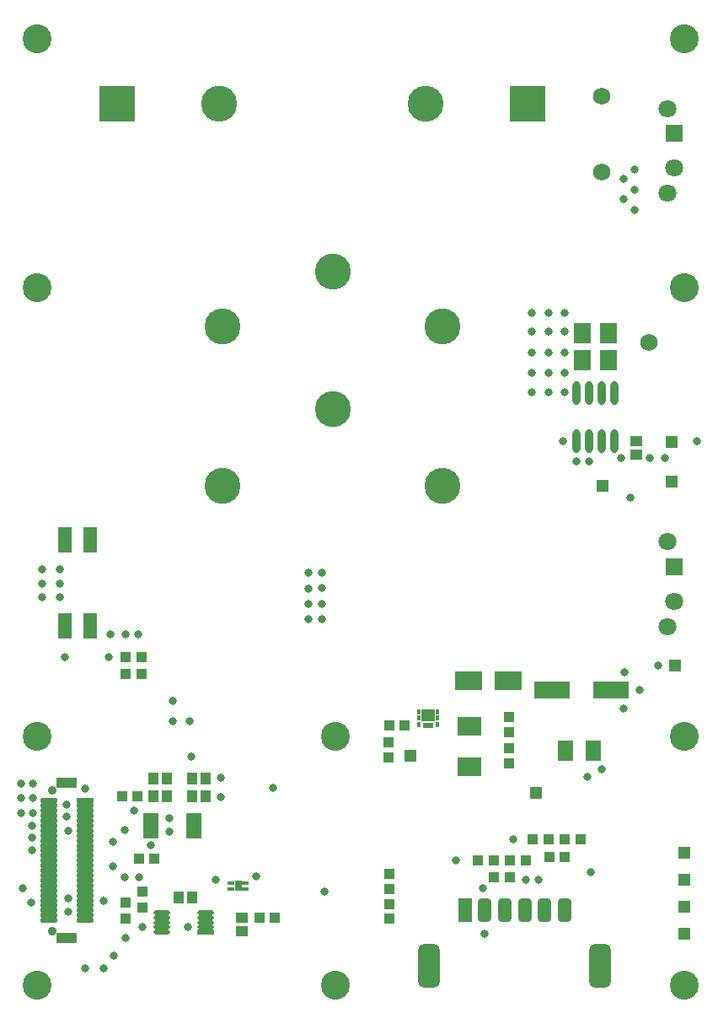
<source format=gts>
G04*
G04 #@! TF.GenerationSoftware,Altium Limited,Altium Designer,18.1.7 (191)*
G04*
G04 Layer_Color=8388736*
%FSLAX25Y25*%
%MOIN*%
G70*
G01*
G75*
%ADD43R,0.03950X0.03950*%
%ADD44R,0.04147X0.04147*%
%ADD45R,0.07887X0.03950*%
%ADD46R,0.07099X0.01981*%
%ADD47O,0.07099X0.01981*%
G04:AMPARAMS|DCode=48|XSize=55.24mil|YSize=94.61mil|CornerRadius=15.81mil|HoleSize=0mil|Usage=FLASHONLY|Rotation=0.000|XOffset=0mil|YOffset=0mil|HoleType=Round|Shape=RoundedRectangle|*
%AMROUNDEDRECTD48*
21,1,0.05524,0.06299,0,0,0.0*
21,1,0.02362,0.09461,0,0,0.0*
1,1,0.03162,0.01181,-0.03150*
1,1,0.03162,-0.01181,-0.03150*
1,1,0.03162,-0.01181,0.03150*
1,1,0.03162,0.01181,0.03150*
%
%ADD48ROUNDEDRECTD48*%
G04:AMPARAMS|DCode=49|XSize=86.74mil|YSize=173.35mil|CornerRadius=23.68mil|HoleSize=0mil|Usage=FLASHONLY|Rotation=0.000|XOffset=0mil|YOffset=0mil|HoleType=Round|Shape=RoundedRectangle|*
%AMROUNDEDRECTD49*
21,1,0.08674,0.12598,0,0,0.0*
21,1,0.03937,0.17335,0,0,0.0*
1,1,0.04737,0.01968,-0.06299*
1,1,0.04737,-0.01968,-0.06299*
1,1,0.04737,-0.01968,0.06299*
1,1,0.04737,0.01968,0.06299*
%
%ADD49ROUNDEDRECTD49*%
%ADD50R,0.05524X0.09461*%
%ADD51R,0.10642X0.07493*%
%ADD52R,0.05524X0.04737*%
%ADD53R,0.01784X0.02375*%
%ADD54R,0.03910X0.01981*%
%ADD55R,0.04147X0.04147*%
%ADD56O,0.03162X0.09461*%
%ADD57R,0.06706X0.08083*%
%ADD58R,0.04737X0.04737*%
%ADD59R,0.09300X0.07800*%
%ADD60R,0.06312X0.01902*%
%ADD61R,0.06312X0.07887*%
%ADD62R,0.14383X0.06902*%
%ADD63R,0.04143X0.04537*%
%ADD64R,0.04737X0.04737*%
%ADD65R,0.04537X0.04143*%
%ADD66R,0.05249X0.10406*%
%ADD67R,0.02769X0.01784*%
%ADD68R,0.02769X0.04186*%
%ADD69O,0.06509X0.01981*%
%ADD70R,0.06509X0.01981*%
%ADD71C,0.11430*%
%ADD72C,0.03556*%
%ADD73C,0.14186*%
%ADD74R,0.14186X0.14186*%
%ADD75C,0.07099*%
%ADD76R,0.07099X0.07099*%
%ADD77C,0.06800*%
%ADD78C,0.03162*%
D43*
X149213Y36024D02*
D03*
Y41929D02*
D03*
X196457Y103543D02*
D03*
Y97638D02*
D03*
D44*
X149213Y47661D02*
D03*
Y53763D02*
D03*
X148819Y105987D02*
D03*
Y99885D02*
D03*
X196457Y115847D02*
D03*
Y109744D02*
D03*
X44865Y42421D02*
D03*
Y36319D02*
D03*
X51575Y46752D02*
D03*
Y40650D02*
D03*
D45*
X21654Y28346D02*
D03*
Y89764D02*
D03*
D46*
X28740Y82677D02*
D03*
D47*
Y80709D02*
D03*
Y78740D02*
D03*
Y76772D02*
D03*
Y74803D02*
D03*
Y72835D02*
D03*
Y70866D02*
D03*
Y68898D02*
D03*
Y66929D02*
D03*
Y64961D02*
D03*
Y62992D02*
D03*
Y61024D02*
D03*
Y59055D02*
D03*
Y57087D02*
D03*
Y55118D02*
D03*
Y53150D02*
D03*
Y51181D02*
D03*
Y49213D02*
D03*
Y47244D02*
D03*
Y45276D02*
D03*
Y43307D02*
D03*
Y41339D02*
D03*
Y39370D02*
D03*
Y37402D02*
D03*
Y35433D02*
D03*
X14567D02*
D03*
Y37402D02*
D03*
Y39370D02*
D03*
Y41339D02*
D03*
Y43307D02*
D03*
Y45276D02*
D03*
Y47244D02*
D03*
Y49213D02*
D03*
Y51181D02*
D03*
Y53150D02*
D03*
Y55118D02*
D03*
Y57087D02*
D03*
Y59055D02*
D03*
Y61024D02*
D03*
Y62992D02*
D03*
Y64961D02*
D03*
Y66929D02*
D03*
Y68898D02*
D03*
Y70866D02*
D03*
Y72835D02*
D03*
Y74803D02*
D03*
Y76772D02*
D03*
Y78740D02*
D03*
Y80709D02*
D03*
Y82677D02*
D03*
D48*
X218504Y39370D02*
D03*
X210630D02*
D03*
X202756D02*
D03*
X194882D02*
D03*
X187008D02*
D03*
D49*
X232677Y17402D02*
D03*
X164961D02*
D03*
D50*
X179134Y39370D02*
D03*
D51*
X196335Y130315D02*
D03*
X180587D02*
D03*
D52*
X164567Y116535D02*
D03*
D53*
X168209Y117913D02*
D03*
Y115354D02*
D03*
Y112795D02*
D03*
X160925D02*
D03*
Y115354D02*
D03*
Y117913D02*
D03*
D54*
X164567Y112441D02*
D03*
D55*
X149082Y112598D02*
D03*
X155184D02*
D03*
X196752Y52346D02*
D03*
X190650D02*
D03*
X224722Y67323D02*
D03*
X218619D02*
D03*
X212106D02*
D03*
X206004D02*
D03*
X203068Y59055D02*
D03*
X196966D02*
D03*
X190453D02*
D03*
X184350D02*
D03*
X50098Y59842D02*
D03*
X56201D02*
D03*
X43389Y84328D02*
D03*
X49491D02*
D03*
X218504Y60613D02*
D03*
X212402D02*
D03*
X51083Y139370D02*
D03*
X44980D02*
D03*
X51083Y132660D02*
D03*
X44980D02*
D03*
X103855Y36614D02*
D03*
X97753D02*
D03*
D56*
X238327Y243677D02*
D03*
X233327D02*
D03*
X228327D02*
D03*
X223327D02*
D03*
X238327Y224780D02*
D03*
X233327D02*
D03*
X228327D02*
D03*
X223327D02*
D03*
D57*
X225492Y256775D02*
D03*
X235925D02*
D03*
X225492Y267421D02*
D03*
X235925D02*
D03*
D58*
X157480Y100394D02*
D03*
X265748Y62205D02*
D03*
Y51575D02*
D03*
Y40945D02*
D03*
Y30315D02*
D03*
X261024Y224410D02*
D03*
X207087Y85827D02*
D03*
X233465Y207087D02*
D03*
D59*
X180709Y112205D02*
D03*
Y96205D02*
D03*
D60*
X71811Y68898D02*
D03*
Y70866D02*
D03*
Y72835D02*
D03*
Y74803D02*
D03*
Y76772D02*
D03*
X54961Y68898D02*
D03*
Y70866D02*
D03*
Y72835D02*
D03*
Y74803D02*
D03*
Y76772D02*
D03*
D61*
X218996Y102362D02*
D03*
X229823D02*
D03*
D62*
X213583Y126378D02*
D03*
X236811D02*
D03*
D63*
X76673Y84525D02*
D03*
X71358D02*
D03*
X76673Y91628D02*
D03*
X71358D02*
D03*
X61319D02*
D03*
X56004D02*
D03*
X61319Y84525D02*
D03*
X56004D02*
D03*
X65847Y44604D02*
D03*
X71161D02*
D03*
D64*
X261024Y208661D02*
D03*
X262205Y136221D02*
D03*
D65*
X246710Y224705D02*
D03*
Y219390D02*
D03*
X90945Y36516D02*
D03*
Y31201D02*
D03*
D66*
X30866Y185827D02*
D03*
Y151969D02*
D03*
X20866D02*
D03*
Y185827D02*
D03*
D67*
X86670Y50197D02*
D03*
Y47835D02*
D03*
X92340D02*
D03*
Y50197D02*
D03*
D68*
X89485Y49016D02*
D03*
D69*
X59055Y38583D02*
D03*
Y36614D02*
D03*
Y34646D02*
D03*
Y32677D02*
D03*
Y30709D02*
D03*
X76378Y38583D02*
D03*
Y36614D02*
D03*
Y34646D02*
D03*
Y32677D02*
D03*
D70*
Y30709D02*
D03*
D71*
X265748Y108268D02*
D03*
X9843Y285433D02*
D03*
X265748D02*
D03*
X265748Y383858D02*
D03*
X265748Y9843D02*
D03*
X9843Y383858D02*
D03*
Y108268D02*
D03*
X127953D02*
D03*
Y9843D02*
D03*
X9843D02*
D03*
D72*
X15748Y31299D02*
D03*
Y86811D02*
D03*
D73*
X170276Y207087D02*
D03*
X83268D02*
D03*
Y270079D02*
D03*
X170276D02*
D03*
X126772Y237402D02*
D03*
Y291732D02*
D03*
X81890Y358268D02*
D03*
X163386D02*
D03*
D74*
X41378D02*
D03*
X203898D02*
D03*
D75*
X259331Y322835D02*
D03*
Y356299D02*
D03*
X261811Y332677D02*
D03*
X259331Y151575D02*
D03*
Y185039D02*
D03*
X261811Y161417D02*
D03*
D76*
Y346457D02*
D03*
Y175197D02*
D03*
D77*
X233071Y361024D02*
D03*
Y331102D02*
D03*
X251969Y263779D02*
D03*
D78*
X96457Y52756D02*
D03*
X80528Y51575D02*
D03*
X123622Y46850D02*
D03*
X44488Y71260D02*
D03*
X39764Y56693D02*
D03*
X50098Y52461D02*
D03*
X20866Y139370D02*
D03*
X38189D02*
D03*
X205512Y251969D02*
D03*
Y244094D02*
D03*
X212205Y259842D02*
D03*
X218504D02*
D03*
X205512D02*
D03*
X218504Y268110D02*
D03*
Y275590D02*
D03*
X205512Y268110D02*
D03*
X218504Y244094D02*
D03*
X218504Y251969D02*
D03*
X212205Y275590D02*
D03*
X205512D02*
D03*
X212205Y268110D02*
D03*
Y251969D02*
D03*
X246063Y332283D02*
D03*
X241732Y328346D02*
D03*
X246063Y324213D02*
D03*
X241732Y320472D02*
D03*
X246063Y316142D02*
D03*
X44488Y52362D02*
D03*
X54961Y65118D02*
D03*
X39764Y66535D02*
D03*
X7874Y72835D02*
D03*
X62205Y75984D02*
D03*
Y70472D02*
D03*
X7874Y68110D02*
D03*
Y62992D02*
D03*
X48031Y78740D02*
D03*
X70866Y100000D02*
D03*
X103150Y87795D02*
D03*
X233327Y95020D02*
D03*
X228740Y54331D02*
D03*
X175591Y59055D02*
D03*
X270866Y224803D02*
D03*
X228346Y216929D02*
D03*
X252362Y218110D02*
D03*
X258268D02*
D03*
X217717Y224803D02*
D03*
X223228Y216929D02*
D03*
X240945Y218110D02*
D03*
X244488Y202362D02*
D03*
X28740Y87402D02*
D03*
X22047Y38976D02*
D03*
Y44094D02*
D03*
X21654Y81102D02*
D03*
Y76378D02*
D03*
X186221Y48031D02*
D03*
X203150Y51575D02*
D03*
X208268D02*
D03*
X8268Y83858D02*
D03*
Y77953D02*
D03*
X3543D02*
D03*
Y83858D02*
D03*
Y89370D02*
D03*
X8268D02*
D03*
X18898Y174016D02*
D03*
Y168504D02*
D03*
Y162992D02*
D03*
X11811D02*
D03*
Y168504D02*
D03*
Y174016D02*
D03*
X122441Y172835D02*
D03*
X117323D02*
D03*
Y166535D02*
D03*
X122441Y166667D02*
D03*
X117323Y160630D02*
D03*
X122441Y160499D02*
D03*
X117323Y154331D02*
D03*
X122441D02*
D03*
X38976Y148425D02*
D03*
X50000D02*
D03*
X44882D02*
D03*
X63386Y122047D02*
D03*
Y114173D02*
D03*
X70079D02*
D03*
X212205Y244094D02*
D03*
X198342Y67323D02*
D03*
X22047Y70866D02*
D03*
X187008Y30315D02*
D03*
X82677Y91732D02*
D03*
Y84252D02*
D03*
X227559Y92126D02*
D03*
X242126Y133465D02*
D03*
X255512Y136221D02*
D03*
X248031Y126378D02*
D03*
X241732Y119291D02*
D03*
X51575Y32677D02*
D03*
X44882Y28346D02*
D03*
X7480Y42520D02*
D03*
X4331Y48031D02*
D03*
X69685Y32677D02*
D03*
X36220Y43307D02*
D03*
X40157Y21654D02*
D03*
X36220Y16535D02*
D03*
X28740D02*
D03*
M02*

</source>
